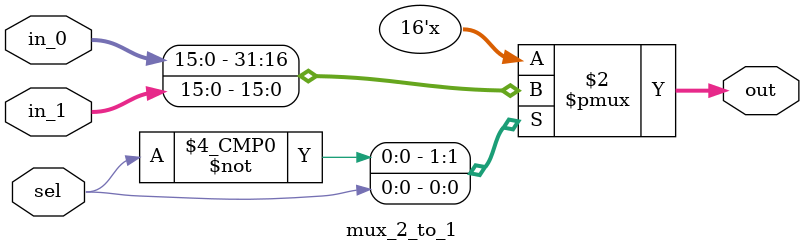
<source format=v>
module mux_2_to_1 #(
    parameter integer LENGTH = 16
)(
    input  [LENGTH-1:0] in_0,
    input  [LENGTH-1:0] in_1,
    input  sel,
    output reg [LENGTH-1:0] out
);

always @(*) begin
    case(sel)
        1'b0:    out = in_0;
        1'b1:    out = in_1;
        default: out = in_0;
    endcase
end

endmodule

</source>
